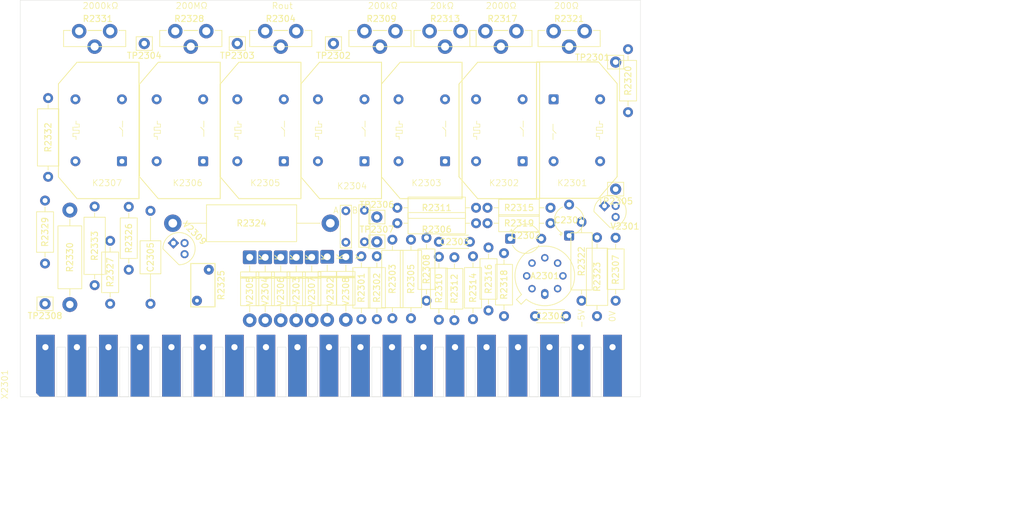
<source format=kicad_pcb>
(kicad_pcb (version 20241229) (generator "pcbnew") (generator_version "9.0")
  (title_block (title "Philips PM2528 - N23 (Current Source)") (date "2025-08-06") (rev "1.0") (company "D. Kupers"))
  (layers (0 "F.Cu" signal) (2 "B.Cu" signal) (13 "F.Paste" user) (15 "B.Paste" user) (5 "F.SilkS" user "F.Silkscreen") (7 "B.SilkS" user "B.Silkscreen") (1 "F.Mask" user) (3 "B.Mask" user) (25 "Edge.Cuts" user))
  (net 0 "")
  (net 2 "Net-(A2301-+)")
  (net 3 "Net-(A2301-LOGIC_REFERENCE)")
  (net 4 "Net-(A2301--)")
  (net 5 "+15V")
  (net 6 "Net-(A2301-~{DISABLE})")
  (net 7 "-15V")
  (net 8 "Net-(V2301-B)")
  (net 9 "GND3")
  (net 10 "Net-(V2301-E)")
  (net 11 "Net-(V2309-B)")
  (net 12 "/Filter")
  (net 13 "Net-(JP2301-A)")
  (net 14 "Net-(JP2301-B)")
  (net 15 "/REL2301")
  (net 16 "/REL2304")
  (net 17 "/Iout")
  (net 20 "/REL2306")
  (net 21 "/REL2307")
  (net 22 "/N2157")
  (net 23 "/REL2303")
  (net 25 "/Vref")
  (net 26 "/REL2305")
  (net 27 "/REL2302")
  (net 28 "GND1")
  (net 29 "GND4")
  (net 30 "Net-(K2301-Pad1)")
  (net 31 "Net-(K2301-Pad5)")
  (net 32 "Net-(K2302-Pad1)")
  (net 33 "Net-(K2303-Pad1)")
  (net 34 "Net-(K2304-Pad1)")
  (net 35 "Net-(K2306-Pad5)")
  (net 36 "Net-(K2307-Pad5)")
  (net 37 "Net-(R2304-Pad3)")
  (net 38 "Net-(R2308-Pad2)")
  (net 39 "Net-(R2310-Pad2)")
  (net 40 "Net-(R2311-Pad2)")
  (net 41 "Net-(R2312-Pad2)")
  (net 42 "Net-(R2314-Pad2)")
  (net 43 "Net-(R2315-Pad2)")
  (net 44 "Net-(R2316-Pad2)")
  (net 45 "Net-(R2318-Pad2)")
  (net 46 "Net-(R2319-Pad2)")
  (net 47 "Net-(R2320-Pad2)")
  (net 48 "Net-(R2322-Pad1)")
  (net 49 "Net-(R2324-Pad2)")
  (net 50 "Net-(R2326-Pad2)")
  (net 51 "Net-(R2328-Pad2)")
  (net 52 "Net-(R2329-Pad2)")
  (net 53 "Net-(R2331-Pad2)")
  (net 54 "Net-(R2332-Pad2)")
  (footprint "PM2528:Trimmer vertical" (layer "F.Cu") (at 160.25 73.5 -90)
    (property "Reference" "R2309" (at -2 2.25 0) (layer "F.SilkS"))
    (property "Value" "22k")
    (pad "1" thru_hole circle (at 0 0 270) (size 2.34 2.34) (drill 1.3) (layers "*.Cu" "*.Mask") (net 38 "Net-(R2308-Pad2)"))
    (pad "2" thru_hole circle (at 2.5 2.5 270) (size 2.34 2.34) (drill 1.3) (layers "*.Cu" "*.Mask") (net 34 "Net-(K2304-Pad1)"))
    (pad "3" thru_hole circle (at 0 5 270) (size 2.34 2.34) (drill 1.3) (layers "*.Cu" "*.Mask") (net 2 "Net-(A2301-+)"))
  )
  (footprint "Resistor_THT:R_Axial_DIN0207_L6.3mm_D2.5mm_P10.16mm_Horizontal" (layer "F.Cu") (at 197.75 86.58 90)
    (property "Reference" "R2320" (at 5.08 0 90) (layer "F.SilkS"))
    (property "Value" "2R15")
    (pad "1" thru_hole circle (at 0 0 90) (size 1.6 1.6) (drill 0.8) (layers "*.Cu" "*.Mask") (net 46 "Net-(R2319-Pad2)"))
    (pad "2" thru_hole circle (at 10.16 0 90) (size 1.6 1.6) (drill 0.8) (layers "*.Cu" "*.Mask") (net 47 "Net-(R2320-Pad2)"))
  )
  (footprint "Connector_Pin:Pin_D0.9mm_L10.0mm_W2.4mm_FlatFork" (layer "F.Cu") (at 103.75 117.5)
    (property "Reference" "TP2308" (at 0 1.95 0) (layer "F.SilkS"))
    (property "Value" "Iout")
    (pad "1" thru_hole circle (at 0 0) (size 1.8 1.8) (drill 0.9) (layers "*.Cu" "*.Mask") (net 17 "/Iout"))
  )
  (footprint "Diode_THT:D_DO-41_SOD81_P10.16mm_Horizontal" (layer "F.Cu") (at 136.75 110 -90)
    (property "Reference" "V2305" (at 5.5 0 90) (layer "F.SilkS"))
    (property "Value" "BAX12A")
    (fp_text user "K" (at 0 -2.1 90) (layer "F.SilkS"))
    (pad "1" thru_hole roundrect (at 0 0 270) (size 2.2 2.2) (drill 1.1) (layers "*.Cu" "*.Mask") (roundrect_rratio 0.113636) (net 29 "GND4"))
    (pad "2" thru_hole circle (at 10.16 0 270) (size 2.2 2.2) (drill 1.1) (layers "*.Cu" "*.Mask") (net 16 "/REL2304"))
  )
  (footprint "Resistor_THT:R_Axial_DIN0309_L9.0mm_D3.2mm_P12.70mm_Horizontal" (layer "F.Cu") (at 111.75 114.5 90)
    (property "Reference" "R2333" (at 6.35 0 90) (layer "F.SilkS"))
    (property "Value" "499k")
    (pad "1" thru_hole circle (at 0 0 90) (size 1.6 1.6) (drill 0.8) (layers "*.Cu" "*.Mask") (net 54 "Net-(R2332-Pad2)"))
    (pad "2" thru_hole circle (at 12.7 0 90) (size 1.6 1.6) (drill 0.8) (layers "*.Cu" "*.Mask") (net 17 "/Iout"))
  )
  (footprint "Resistor_THT:R_Axial_DIN0207_L6.3mm_D2.5mm_P10.16mm_Horizontal" (layer "F.Cu") (at 169.75 120.16 90)
    (property "Reference" "R2312" (at 5.08 0 90) (layer "F.SilkS"))
    (property "Value" "215")
    (pad "1" thru_hole circle (at 0 0 90) (size 1.6 1.6) (drill 0.8) (layers "*.Cu" "*.Mask") (net 40 "Net-(R2311-Pad2)"))
    (pad "2" thru_hole circle (at 10.16 0 90) (size 1.6 1.6) (drill 0.8) (layers "*.Cu" "*.Mask") (net 41 "Net-(R2312-Pad2)"))
  )
  (footprint "Diode_THT:D_DO-41_SOD81_P10.16mm_Horizontal" (layer "F.Cu") (at 139.25 110 -90)
    (property "Reference" "V2304" (at 5.5 0 90) (layer "F.SilkS"))
    (property "Value" "BAX12A")
    (fp_text user "K" (at 0 -2.1 90) (layer "F.SilkS"))
    (pad "1" thru_hole roundrect (at 0 0 270) (size 2.2 2.2) (drill 1.1) (layers "*.Cu" "*.Mask") (roundrect_rratio 0.113636) (net 29 "GND4"))
    (pad "2" thru_hole circle (at 10.16 0 270) (size 2.2 2.2) (drill 1.1) (layers "*.Cu" "*.Mask") (net 23 "/REL2303"))
  )
  (footprint "Connector_Pin:Pin_D0.9mm_L10.0mm_W2.4mm_FlatFork" (layer "F.Cu") (at 119.75 75.5)
    (property "Reference" "TP2304" (at 0 1.95 0) (layer "F.SilkS"))
    (property "Value" "~")
    (pad "1" thru_hole circle (at 0 0) (size 1.8 1.8) (drill 0.9) (layers "*.Cu" "*.Mask") (net 35 "Net-(K2306-Pad5)"))
  )
  (footprint "Resistor_THT:R_Axial_DIN0207_L6.3mm_D2.5mm_P10.16mm_Horizontal" (layer "F.Cu") (at 165.25 117 90)
    (property "Reference" "R2308" (at 5.08 0 90) (layer "F.SilkS"))
    (property "Value" "2k15")
    (pad "1" thru_hole circle (at 0 0 90) (size 1.6 1.6) (drill 0.8) (layers "*.Cu" "*.Mask") (net 2 "Net-(A2301-+)"))
    (pad "2" thru_hole circle (at 10.16 0 90) (size 1.6 1.6) (drill 0.8) (layers "*.Cu" "*.Mask") (net 38 "Net-(R2308-Pad2)"))
  )
  (footprint "PM2528:Reed relay assy" (layer "F.Cu") (at 185.65 84.5)
    (property "Reference" "K2301" (at 3.1 13.5 0) (layer "F.SilkS") (effects (font (thickness 0.1))))
    (property "Value" "~")
    (pad "1" thru_hole roundrect (at 0.1 0) (size 1.6 1.6) (drill 0.8) (layers "*.Cu" "*.Mask") (roundrect_rratio 0.15625) (net 30 "Net-(K2301-Pad1)"))
    (pad "5" thru_hole circle (at 0.1 10) (size 1.6 1.6) (drill 0.8) (layers "*.Cu" "*.Mask") (net 31 "Net-(K2301-Pad5)"))
    (pad "6" thru_hole circle (at 7.6 10) (size 1.6 1.6) (drill 0.8) (layers "*.Cu" "*.Mask") (net 29 "GND4"))
    (pad "10" thru_hole circle (at 7.6 0) (size 1.6 1.6) (drill 0.8) (layers "*.Cu" "*.Mask") (net 15 "/REL2301"))
  )
  (footprint "Capacitor_THT:C_Disc_D4.3mm_W1.9mm_P5.00mm" (layer "F.Cu") (at 167.25 107.5)
    (property "Reference" "C2303" (at 2.5 0 0) (layer "F.SilkS"))
    (property "Value" "100p")
    (pad "1" thru_hole circle (at 0 0) (size 1.6 1.6) (drill 0.8) (layers "*.Cu" "*.Mask") (net 10 "Net-(V2301-E)"))
    (pad "2" thru_hole circle (at 5 0) (size 1.6 1.6) (drill 0.8) (layers "*.Cu" "*.Mask") (net 4 "Net-(A2301--)"))
  )
  (footprint "Resistor_THT:R_Axial_DIN0411_L9.9mm_D3.6mm_P15.24mm_Horizontal" (layer "F.Cu") (at 107.75 117.62 90)
    (property "Reference" "R2330" (at 7.62 0 90) (layer "F.SilkS"))
    (property "Value" "8M89")
    (pad "1" thru_hole circle (at 0 0 90) (size 2.4 2.4) (drill 1.2) (layers "*.Cu" "*.Mask") (net 52 "Net-(R2329-Pad2)"))
    (pad "2" thru_hole circle (at 15.24 0 90) (size 2.4 2.4) (drill 1.2) (layers "*.Cu" "*.Mask") (net 17 "/Iout"))
  )
  (footprint "Resistor_THT:R_Axial_DIN0207_L6.3mm_D2.5mm_P10.16mm_Horizontal" (layer "F.Cu") (at 167.25 120.08 90)
    (property "Reference" "R2310" (at 5.08 0 90) (layer "F.SilkS"))
    (property "Value" "2k8")
    (pad "1" thru_hole circle (at 0 0 90) (size 1.6 1.6) (drill 0.8) (layers "*.Cu" "*.Mask") (net 38 "Net-(R2308-Pad2)"))
    (pad "2" thru_hole circle (at 10.16 0 90) (size 1.6 1.6) (drill 0.8) (layers "*.Cu" "*.Mask") (net 39 "Net-(R2310-Pad2)"))
  )
  (footprint "Resistor_THT:R_Axial_DIN0207_L6.3mm_D2.5mm_P10.16mm_Horizontal" (layer "F.Cu") (at 175.25 118.58 90)
    (property "Reference" "R2316" (at 5.08 0 90) (layer "F.SilkS"))
    (property "Value" "21R5")
    (pad "1" thru_hole circle (at 0 0 90) (size 1.6 1.6) (drill 0.8) (layers "*.Cu" "*.Mask") (net 43 "Net-(R2315-Pad2)"))
    (pad "2" thru_hole circle (at 10.16 0 90) (size 1.6 1.6) (drill 0.8) (layers "*.Cu" "*.Mask") (net 44 "Net-(R2316-Pad2)"))
  )
  (footprint "PM2528:Reed relay assy" (layer "F.Cu") (at 116.25 94.5 180)
    (property "Reference" "K2307" (at 2.5 -3.5 0) (layer "F.SilkS") (effects (font (thickness 0.1))))
    (property "Value" "~")
    (pad "1" thru_hole roundrect (at 0.1 0 180) (size 1.6 1.6) (drill 0.8) (layers "*.Cu" "*.Mask") (roundrect_rratio 0.15625) (net 35 "Net-(K2306-Pad5)"))
    (pad "5" thru_hole circle (at 0.1 10 180) (size 1.6 1.6) (drill 0.8) (layers "*.Cu" "*.Mask") (net 36 "Net-(K2307-Pad5)"))
    (pad "6" thru_hole circle (at 7.6 10 180) (size 1.6 1.6) (drill 0.8) (layers "*.Cu" "*.Mask") (net 29 "GND4"))
    (pad "10" thru_hole circle (at 7.6 0 180) (size 1.6 1.6) (drill 0.8) (layers "*.Cu" "*.Mask") (net 21 "/REL2307"))
  )
  (footprint "Resistor_THT:R_Axial_DIN0309_L9.0mm_D3.2mm_P12.70mm_Horizontal" (layer "F.Cu") (at 159.75 119.85 90)
    (property "Reference" "R2303" (at 6.35 0 90) (layer "F.SilkS"))
    (property "Value" "200k")
    (pad "1" thru_hole circle (at 0 0 90) (size 1.6 1.6) (drill 0.8) (layers "*.Cu" "*.Mask") (net 14 "Net-(JP2301-B)"))
    (pad "2" thru_hole circle (at 12.7 0 90) (size 1.6 1.6) (drill 0.8) (layers "*.Cu" "*.Mask") (net 4 "Net-(A2301--)"))
  )
  (footprint "Connector_Pin:Pin_D0.9mm_L10.0mm_W2.4mm_FlatFork" (layer "F.Cu") (at 195.75 78.5)
    (property "Reference" "TP2301" (at -3.75 -0.75 0) (layer "F.SilkS"))
    (property "Value" "200Ω")
    (pad "1" thru_hole circle (at 0 0) (size 1.8 1.8) (drill 0.9) (layers "*.Cu" "*.Mask") (net 30 "Net-(K2301-Pad1)"))
  )
  (footprint "Resistor_THT:R_Axial_DIN0207_L6.3mm_D2.5mm_P10.16mm_Horizontal" (layer "F.Cu") (at 103.75 111 90)
    (property "Reference" "R2329" (at 5.08 0 90) (layer "F.SilkS"))
    (property "Value" "97k6")
    (pad "1" thru_hole circle (at 0 0 90) (size 1.6 1.6) (drill 0.8) (layers "*.Cu" "*.Mask") (net 51 "Net-(R2328-Pad2)"))
    (pad "2" thru_hole circle (at 10.16 0 90) (size 1.6 1.6) (drill 0.8) (layers "*.Cu" "*.Mask") (net 52 "Net-(R2329-Pad2)"))
  )
  (footprint "Connector_Pin:Pin_D0.9mm_L10.0mm_W2.4mm_FlatFork" (layer "F.Cu") (at 134.75 75.5)
    (property "Reference" "TP2303" (at 0 1.95 0) (layer "F.SilkS"))
    (property "Value" "~")
    (pad "1" thru_hole circle (at 0 0) (size 1.8 1.8) (drill 0.9) (layers "*.Cu" "*.Mask") (net 31 "Net-(K2301-Pad5)"))
  )
  (footprint "Resistor_THT:R_Axial_DIN0309_L9.0mm_D3.2mm_P12.70mm_Horizontal" (layer "F.Cu") (at 190.25 117 90)
    (property "Reference" "R2322" (at 6.35 0 90) (layer "F.SilkS"))
    (property "Value" "200")
    (pad "1" thru_hole circle (at 0 0 90) (size 1.6 1.6) (drill 0.8) (layers "*.Cu" "*.Mask") (net 48 "Net-(R2322-Pad1)"))
    (pad "2" thru_hole circle (at 12.7 0 90) (size 1.6 1.6) (drill 0.8) (layers "*.Cu" "*.Mask") (net 47 "Net-(R2320-Pad2)"))
  )
  (footprint "PM2528:PM2528_RiserCardConnector" (layer "F.Cu") (at 103.81 124.5 90)
    (property "Reference" "X2301" (at -6 -6.56 90) (layer "F.SilkS") (effects (font (thickness 0.1))))
    (property "Value" "~")
    (fp_rect (start -8 1.84) (end 0 3.24) (stroke (width 0.05)) (fill no) (layer "Edge.Cuts"))
    (fp_rect (start -8 6.92) (end 0 8.32) (stroke (width 0.05)) (fill no) (layer "Edge.Cuts"))
    (fp_rect (start -8 12) (end 0 13.4) (stroke (width 0.05)) (fill no) (layer "Edge.Cuts"))
    (fp_rect (start -8 17.08) (end 0 18.48) (stroke (width 0.05)) (fill no) (layer "Edge.Cuts"))
    (fp_rect (start -8 22.16) (end 0 23.56) (stroke (width 0.05)) (fill no) (layer "Edge.Cuts"))
    (fp_rect (start -8 27.24) (end 0 28.64) (stroke (width 0.05)) (fill no) (layer "Edge.Cuts"))
    (fp_rect (start -8 32.32) (end 0 33.72) (stroke (width 0.05)) (fill no) (layer "Edge.Cuts"))
    (fp_rect (start -8 37.4) (end 0 38.8) (stroke (width 0.05)) (fill no) (layer "Edge.Cuts"))
    (fp_rect (start -8 42.48) (end 0 43.88) (stroke (width 0.05)) (fill no) (layer "Edge.Cuts"))
    (fp_rect (start -8 47.56) (end 0 48.96) (stroke (width 0.05)) (fill no) (layer "Edge.Cuts"))
    (fp_rect (start -8 52.64) (end 0 54.04) (stroke (width 0.05)) (fill no) (layer "Edge.Cuts"))
    (fp_rect (start -8 57.72) (end 0 59.12) (stroke (width 0.05)) (fill no) (layer "Edge.Cuts"))
    (fp_rect (start -8 62.8) (end 0 64.2) (stroke (width 0.05)) (fill no) (layer "Edge.Cuts"))
    (fp_rect (start -8 67.88) (end 0 69.28) (stroke (width 0.05)) (fill no) (layer "Edge.Cuts"))
    (fp_rect (start -8 72.96) (end 0 74.36) (stroke (width 0.05)) (fill no) (layer "Edge.Cuts"))
    (fp_rect (start -8 78.04) (end 0 79.44) (stroke (width 0.05)) (fill no) (layer "Edge.Cuts"))
    (fp_rect (start -8 83.12) (end 0 84.52) (stroke (width 0.05)) (fill no) (layer "Edge.Cuts"))
    (fp_rect (start -8 88.2) (end 0 89.6) (stroke (width 0.05)) (fill no) (layer "Edge.Cuts"))
    (fp_text user "-5V" (at 3 87 90) (layer "F.SilkS") (effects (font (thickness 0.1)) (justify left bottom)))
    (fp_text user "0V" (at 4 92 90) (layer "F.SilkS") (effects (font (thickness 0.1)) (justify left bottom)))
    (pad "1" thru_hole rect (at 0 91.44 90) (size 10 3) (drill 1 (offset -3 0)) (layers "*.Cu" "*.Mask") (net 9 "GND3"))
    (pad "2" thru_hole rect (at 0 86.36 90) (size 10 3) (drill 1 (offset -3 0)) (layers "*.Cu" "*.Mask"))
    (pad "3" thru_hole rect (at 0 81.28 90) (size 10 3) (drill 1 (offset -3 0)) (layers "*.Cu" "*.Mask") (net 7 "-15V"))
    (pad "4" thru_hole rect (at 0 76.2 90) (size 10 3) (drill 1 (offset -3 0)) (layers "*.Cu" "*.Mask") (net 5 "+15V"))
    (pad "5" thru_hole rect (at 0 71.12 90) (size 10 3) (drill 1 (offset -3 0)) (layers "*.Cu" "*.Mask"))
    (pad "6" thru_hole rect (at 0 66.04 90) (size 10 3) (drill 1 (offset -3 0)) (layers "*.Cu" "*.Mask"))
    (pad "7" thru_hole rect (at 0 60.96 90) (size 10 3) (drill 1 (offset -3 0)) (layers "*.Cu" "*.Mask") (net 29 "GND4"))
    (pad "8" thru_hole rect (at 0 55.88 90) (size 10 3) (drill 1 (offset -3 0)) (layers "*.Cu" "*.Mask") (net 22 "/N2157"))
    (pad "9" thru_hole rect (at 0 50.8 90) (size 10 3) (drill 1 (offset -3 0)) (layers "*.Cu" "*.Mask") (net 25 "/Vref"))
    (pad "10" thru_hole rect (at 0 45.72 90) (size 10 3) (drill 1 (offset -3 0)) (layers "*.Cu" "*.Mask") (net 15 "/REL2301"))
    (pad "11" thru_hole rect (at 0 40.64 90) (size 10 3) (drill 1 (offset -3 0)) (layers "*.Cu" "*.Mask") (net 27 "/REL2302"))
    (pad "12" thru_hole rect (at 0 35.56 90) (size 10 3) (drill 1 (offset -3 0)) (layers "*.Cu" "*.Mask") (net 23 "/REL2303"))
    (pad "13" thru_hole rect (at 0 30.48 90) (size 10 3) (drill 1 (offset -3 0)) (layers "*.Cu" "*.Mask") (net 16 "/REL2304"))
    (pad "14" thru_hole rect (at 0 25.4 90) (size 10 3) (drill 1 (offset -3 0)) (layers "*.Cu" "*.Mask") (net 26 "/REL2305"))
    (pad "15" thru_hole rect (at 0 20.32 90) (size 10 3) (drill 1 (offset -3 0)) (layers "*.Cu" "*.Mask") (net 20 "/REL2306"))
    (pad "16" thru_hole rect (at 0 15.24 90) (size 10 3) (drill 1 (offset -3 0)) (layers "*.Cu" "*.Mask") (net 21 "/REL2307"))
    (pad "17" thru_hole rect (at 0 10.16 90) (size 10 3) (drill 1 (offset -3 0)) (layers "*.Cu" "*.Mask") (net 12 "/Filter"))
    (pad "18" thru_hole rect (at 0 5.08 90) (size 10 3) (drill 1 (offset -3 0)) (layers "*.Cu" "*.Mask") (net 28 "GND1"))
    (pad "19" thru_hole roundrect (at 0 0 90) (size 10 3) (drill 1 (offset -3 0)) (layers "*.Cu" "*.Mask") (roundrect_rratio 0) (chamfer_ratio 0.2) (chamfer top_left) (net 17 "/Iout"))
  )
  (footprint "PM2528:Reed relay assy" (layer "F.Cu") (at 155.35 94.5 180)
    (property "Reference" "K2304" (at 2.1 -4 0) (layer "F.SilkS") (effects (font (thickness 0.1))))
    (property "Value" "~")
    (pad "1" thru_hole roundrect (at 0.1 0 180) (size 1.6 1.6) (drill 0.8) (layers "*.Cu" "*.Mask") (roundrect_rratio 0.15625) (net 34 "Net-(K2304-Pad1)"))
    (pad "5" thru_hole circle (at 0.1 10 180) (size 1.6 1.6) (drill 0.8) (layers "*.Cu" "*.Mask") (net 31 "Net-(K2301-Pad5)"))
    (pad "6" thru_hole circle (at 7.6 10 180) (size 1.6 1.6) (drill 0.8) (layers "*.Cu" "*.Mask") (net 29 "GND4"))
    (pad "10" thru_hole circle (at 7.6 0 180) (size 1.6 1.6) (drill 0.8) (layers "*.Cu" "*.Mask") (net 16 "/REL2304"))
  )
  (footprint "Resistor_THT:R_Axial_DIN0309_L9.0mm_D3.2mm_P12.70mm_Horizontal" (layer "F.Cu") (at 160.55 104.5)
    (property "Reference" "R2306" (at 6.35 1 0) (layer "F.SilkS"))
    (property "Value" "402k")
    (pad "1" thru_hole circle (at 0 0) (size 1.6 1.6) (drill 0.8) (layers "*.Cu" "*.Mask") (net 4 "Net-(A2301--)"))
    (pad "2" thru_hole circle (at 12.7 0) (size 1.6 1.6) (drill 0.8) (layers "*.Cu" "*.Mask") (net 10 "Net-(V2301-E)"))
  )
  (footprint "Connector_Pin:Pin_D0.9mm_L10.0mm_W2.4mm_FlatFork" (layer "F.Cu") (at 150.25 75.5)
    (property "Reference" "TP2302" (at 0 1.95 0) (layer "F.SilkS"))
    (property "Value" "MeasZero")
    (pad "1" thru_hole circle (at 0 0) (size 1.8 1.8) (drill 0.9) (layers "*.Cu" "*.Mask") (net 28 "GND1"))
  )
  (footprint "Capacitor_THT:C_Disc_D4.3mm_W1.9mm_P5.00mm" (layer "F.Cu") (at 182.75 119.5)
    (property "Reference" "C2304" (at 2.5 0 0) (layer "F.SilkS"))
    (property "Value" "33p")
    (pad "1" thru_hole circle (at 0 0) (size 1.6 1.6) (drill 0.8) (layers "*.Cu" "*.Mask") (net 3 "Net-(A2301-LOGIC_REFERENCE)"))
    (pad "2" thru_hole circle (at 5 0) (size 1.6 1.6) (drill 0.8) (layers "*.Cu" "*.Mask") (net 6 "Net-(A2301-~{DISABLE})"))
  )
  (footprint "Connector_Pin:Pin_D0.9mm_L10.0mm_W2.4mm_FlatFork" (layer "F.Cu") (at 157.25 107.5)
    (property "Reference" "TP2307" (at 0 -2 0) (layer "F.SilkS"))
    (property "Value" "Vref")
    (pad "1" thru_hole circle (at 0 0) (size 1.8 1.8) (drill 0.9) (layers "*.Cu" "*.Mask") (net 25 "/Vref"))
  )
  (footprint "PM2528:Trimmer vertical" (layer "F.Cu") (at 190.75 73.5 -90)
    (property "Reference" "R2321" (at -2 2.5 0) (layer "F.SilkS"))
    (property "Value" "33")
    (pad "1" thru_hole circle (at 0 0 270) (size 2.34 2.34) (drill 1.3) (layers "*.Cu" "*.Mask") (net 47 "Net-(R2320-Pad2)"))
    (pad "2" thru_hole circle (at 2.5 2.5 270) (size 2.34 2.34) (drill 1.3) (layers "*.Cu" "*.Mask") (net 30 "Net-(K2301-Pad1)"))
    (pad "3" thru_hole circle (at 0 5 270) (size 2.34 2.34) (drill 1.3) (layers "*.Cu" "*.Mask") (net 46 "Net-(R2319-Pad2)"))
  )
  (footprint "PM2528:Trimmer vertical" (layer "F.Cu") (at 170.75 73.5 -90)
    (property "Reference" "R2313" (at -2 2.5 0) (layer "F.SilkS"))
    (property "Value" "2k2")
    (pad "1" thru_hole circle (at 0 0 270) (size 2.34 2.34) (drill 1.3) (layers "*.Cu" "*.Mask") (net 41 "Net-(R2312-Pad2)"))
    (pad "2" thru_hole circle (at 2.5 2.5 270) (size 2.34 2.34) (drill 1.3) (layers "*.Cu" "*.Mask") (net 33 "Net-(K2303-Pad1)"))
    (pad "3" thru_hole circle (at 0 5 270) (size 2.34 2.34) (drill 1.3) (layers "*.Cu" "*.Mask") (net 40 "Net-(R2311-Pad2)"))
  )
  (footprint "Resistor_THT:R_Axial_DIN0207_L6.3mm_D2.5mm_P10.16mm_Horizontal" (layer "F.Cu") (at 177.75 119.5 90)
    (property "Reference" "R2318" (at 5.08 0 90) (layer "F.SilkS"))
    (property "Value" "28")
    (pad "1" thru_hole circle (at 0 0 90) (size 1.6 1.6) (drill 0.8) (layers "*.Cu" "*.Mask") (net 44 "Net-(R2316-Pad2)"))
    (pad "2" thru_hole circle (at 10.16 0 90) (size 1.6 1.6) (drill 0.8) (layers "*.Cu" "*.Mask") (net 45 "Net-(R2318-Pad2)"))
  )
  (footprint "Diode_THT:D_DO-41_SOD81_P10.16mm_Horizontal" (layer "F.Cu") (at 152.25 109.92 -90)
    (property "Reference" "V2308" (at 5.58 0 90) (layer "F.SilkS"))
    (property "Value" "BAX12A")
    (fp_text user "K" (at 0 -2.1 90) (layer "F.SilkS"))
    (pad "1" thru_hole roundrect (at 0 0 270) (size 2.2 2.2) (drill 1.1) (layers "*.Cu" "*.Mask") (roundrect_rratio 0.113636) (net 29 "GND4"))
    (pad "2" thru_hole circle (at 10.16 0 270) (size 2.2 2.2) (drill 1.1) (layers "*.Cu" "*.Mask") (net 21 "/REL2307"))
  )
  (footprint "PM2528:Trimmer vertical" (layer "F.Cu") (at 114.25 73.5 -90)
    (property "Reference" "R2331" (at -2 2 0) (layer "F.SilkS"))
    (property "Value" "4k7")
    (pad "1" thru_hole circle (at 0 0 270) (size 2.34 2.34) (drill 1.3) (layers "*.Cu" "*.Mask") (net 36 "Net-(K2307-Pad5)"))
    (pad "2" thru_hole circle (at 2.5 2.5 270) (size 2.34 2.34) (drill 1.3) (layers "*.Cu" "*.Mask") (net 53 "Net-(R2331-Pad2)"))
    (pad "3" thru_hole circle (at 0 5 270) (size 2.34 2.34) (drill 1.3) (layers "*.Cu" "*.Mask") (net 53 "Net-(R2331-Pad2)"))
  )
  (footprint "Resistor_THT:R_Axial_DIN0207_L6.3mm_D2.5mm_P10.16mm_Horizontal" (layer "F.Cu") (at 157.25 120 90)
    (property "Reference" "R2302" (at 5.08 0 90) (layer "F.SilkS"))
    (property "Value" "487")
    (pad "1" thru_hole circle (at 0 0 90) (size 1.6 1.6) (drill 0.8) (layers "*.Cu" "*.Mask") (net 13 "Net-(JP2301-A)"))
    (pad "2" thru_hole circle (at 10.16 0 90) (size 1.6 1.6) (drill 0.8) (layers "*.Cu" "*.Mask") (net 14 "Net-(JP2301-B)"))
  )
  (footprint "TestPoint:TestPoint_Bridge_Pitch5.08mm_Drill0.7mm" (layer "F.Cu") (at 152.25 102.5 -90)
    (property "Reference" "JP2301" (hide yes))
    (property "Value" "A")
    (pad "1" thru_hole circle (at 0 0 270) (size 1.4 1.4) (drill 0.7) (layers "*.Cu" "*.Mask") (net 13 "Net-(JP2301-A)"))
    (pad "1" thru_hole circle (at 5.08 0 270) (size 1.4 1.4) (drill 0.7) (layers "*.Cu" "*.Mask") (net 13 "Net-(JP2301-A)"))
  )
  (footprint "Connector_Pin:Pin_D0.9mm_L10.0mm_W2.4mm_FlatFork" (layer "F.Cu") (at 157.25 103.5)
    (property "Reference" "TP2306" (at 0 -2 0) (layer "F.SilkS"))
    (property "Value" "N2157")
    (pad "1" thru_hole circle (at 0 0) (size 1.8 1.8) (drill 0.9) (layers "*.Cu" "*.Mask") (net 22 "/N2157"))
  )
  (footprint "Resistor_THT:R_Axial_DIN0614_L14.3mm_D5.7mm_P25.40mm_Horizontal" (layer "F.Cu") (at 124.35 104.5)
    (property "Reference" "R2324" (at 12.7 0 0) (layer "F.SilkS"))
    (property "Value" "330")
    (pad "1" thru_hole circle (at 0 0) (size 2.8 2.8) (drill 1.4) (layers "*.Cu" "*.Mask") (net 11 "Net-(V2309-B)"))
    (pad "2" thru_hole circle (at 25.4 0) (size 2.8 2.8) (drill 1.4) (layers "*.Cu" "*.Mask") (net 49 "Net-(R2324-Pad2)"))
  )
  (footprint "Resistor_THT:R_Axial_DIN0309_L9.0mm_D3.2mm_P12.70mm_Horizontal" (layer "F.Cu") (at 160.55 102)
    (property "Reference" "R2311" (at 6.35 0 0) (layer "F.SilkS"))
    (property "Value" "357k")
    (pad "1" thru_hole circle (at 0 0) (size 1.6 1.6) (drill 0.8) (layers "*.Cu" "*.Mask") (net 39 "Net-(R2310-Pad2)"))
    (pad "2" thru_hole circle (at 12.7 0) (size 1.6 1.6) (drill 0.8) (layers "*.Cu" "*.Mask") (net 40 "Net-(R2311-Pad2)"))
  )
  (footprint "PM2528:Reed relay assy" (layer "F.Cu") (at 180.85 94.5 180)
    (property "Reference" "K2302" (at 3.1 -3.5 0) (layer "F.SilkS") (effects (font (thickness 0.1))))
    (property "Value" "~")
    (pad "1" thru_hole roundrect (at 0.1 0 180) (size 1.6 1.6) (drill 0.8) (layers "*.Cu" "*.Mask") (roundrect_rratio 0.15625) (net 32 "Net-(K2302-Pad1)"))
    (pad "5" thru_hole circle (at 0.1 10 180) (size 1.6 1.6) (drill 0.8) (layers "*.Cu" "*.Mask") (net 31 "Net-(K2301-Pad5)"))
    (pad "6" thru_hole circle (at 7.6 10 180) (size 1.6 1.6) (drill 0.8) (layers "*.Cu" "*.Mask") (net 29 "GND4"))
    (pad "10" thru_hole circle (at 7.6 0 180) (size 1.6 1.6) (drill 0.8) (layers "*.Cu" "*.Mask") (net 27 "/REL2302"))
  )
  (footprint "Resistor_THT:R_Axial_DIN0207_L6.3mm_D2.5mm_P10.16mm_Horizontal" (layer "F.Cu") (at 114.25 117.5 90)
    (property "Reference" "R2327" (at 5.08 0 90) (layer "F.SilkS"))
    (property "Value" "3R32")
    (pad "1" thru_hole circle (at 0 0 90) (size 1.6 1.6) (drill 0.8) (layers "*.Cu" "*.Mask") (net 50 "Net-(R2326-Pad2)"))
    (pad "2" thru_hole circle (at 10.16 0 90) (size 1.6 1.6) (drill 0.8) (layers "*.Cu" "*.Mask") (net 28 "GND1"))
  )
  (footprint "PM2528:Reed relay assy" (layer "F.Cu") (at 168.35 94.5 180)
    (property "Reference" "K2303" (at 3.1 -3.5 0) (layer "F.SilkS") (effects (font (thickness 0.1))))
    (property "Value" "~")
    (pad "1" thru_hole roundrect (at 0.1 0 180) (size 1.6 1.6) (drill 0.8) (layers "*.Cu" "*.Mask") (roundrect_rratio 0.15625) (net 33 "Net-(K2303-Pad1)"))
    (pad "5" thru_hole circle (at 0.1 10 180) (size 1.6 1.6) (drill 0.8) (layers "*.Cu" "*.Mask") (net 31 "Net-(K2301-Pad5)"))
    (pad "6" thru_hole circle (at 7.6 10 180) (size 1.6 1.6) (drill 0.8) (layers "*.Cu" "*.Mask") (net 29 "GND4"))
    (pad "10" thru_hole circle (at 7.6 0 180) (size 1.6 1.6) (drill 0.8) (layers "*.Cu" "*.Mask") (net 23 "/REL2303"))
  )
  (footprint "PM2528:Trimmer vertical" (layer "F.Cu") (at 144.25 73.5 -90)
    (property "Reference" "R2304" (at -2 2.5 0) (layer "F.SilkS"))
    (property "Value" "1K5")
    (pad "1" thru_hole circle (at 0 0 270) (size 2.34 2.34) (drill 1.3) (layers "*.Cu" "*.Mask") (net 22 "/N2157"))
    (pad "2" thru_hole circle (at 2.5 2.5 270) (size 2.34 2.34) (drill 1.3) (layers "*.Cu" "*.Mask") (net 22 "/N2157"))
    (pad "3" thru_hole circle (at 0 5 270) (size 2.34 2.34) (drill 1.3) (layers "*.Cu" "*.Mask") (net 37 "Net-(R2304-Pad3)"))
  )
  (footprint "Diode_THT:D_DO-41_SOD81_P10.16mm_Horizontal" (layer "F.Cu") (at 149.25 109.92 -90)
    (property "Reference" "V2302" (at 5.58 -0.5 90) (layer "F.SilkS"))
    (property "Value" "BAX12A")
    (fp_text user "K" (at 0 -2.1 90) (layer "F.SilkS"))
    (pad "1" thru_hole roundrect (at 0 0 270) (size 2.2 2.2) (drill 1.1) (layers "*.Cu" "*.Mask") (roundrect_rratio 0.113636) (net 29 "GND4"))
    (pad "2" thru_hole circle (at 10.16 0 270) (size 2.2 2.2) (drill 1.1) (layers "*.Cu" "*.Mask") (net 15 "/REL2301"))
  )
  (footprint "Capacitor_THT:CP_Radial_Tantal_D4.5mm_P5.00mm" (layer "F.Cu") (at 178.75 107)
    (property "Reference" "C2302" (at 2.5 -0.5 0) (layer "F.SilkS"))
    (property "Value" "4u7")
    (pad "1" thru_hole roundrect (at 0 0) (size 1.6 1.6) (drill 0.8) (layers "*.Cu" "*.Mask") (roundrect_rratio 0.15625) (net 5 "+15V"))
    (pad "2" thru_hole circle (at 5 0) (size 1.6 1.6) (drill 0.8) (layers "*.Cu" "*.Mask") (net 9 "GND3"))
  )
  (footprint "TestPoint:TestPoint_Bridge_Pitch5.08mm_Drill0.7mm" (layer "F.Cu") (at 155.25 107.5 90)
    (property "Reference" "JP2302" (hide yes))
    (property "Value" "B")
    (pad "1" thru_hole circle (at 0 0 90) (size 1.4 1.4) (drill 0.7) (layers "*.Cu" "*.Mask") (net 14 "Net-(JP2301-B)"))
    (pad "1" thru_hole circle (at 5.08 0 90) (size 1.4 1.4) (drill 0.7) (layers "*.Cu" "*.Mask") (net 14 "Net-(JP2301-B)"))
  )
  (footprint "Resistor_THT:R_Axial_DIN0309_L9.0mm_D3.2mm_P12.70mm_Horizontal" (layer "F.Cu") (at 104.25 97 90)
    (property "Reference" "R2332" (at 6.35 0 90) (layer "F.SilkS"))
    (property "Value" "499k")
    (pad "1" thru_hole circle (at 0 0 90) (size 1.6 1.6) (drill 0.8) (layers "*.Cu" "*.Mask") (net 53 "Net-(R2331-Pad2)"))
    (pad "2" thru_hole circle (at 12.7 0 90) (size 1.6 1.6) (drill 0.8) (layers "*.Cu" "*.Mask") (net 54 "Net-(R2332-Pad2)"))
  )
  (footprint "Resistor_THT:R_Axial_DIN0207_L6.3mm_D2.5mm_P10.16mm_Horizontal" (layer "F.Cu") (at 154.75 120 90)
    (property "Reference" "R2301" (at 5.08 0 90) (layer "F.SilkS"))
    (property "Value" "487")
    (pad "1" thru_hole circle (at 0 0 90) (size 1.6 1.6) (drill 0.8) (layers "*.Cu" "*.Mask") (net 25 "/Vref"))
    (pad "2" thru_hole circle (at 10.16 0 90) (size 1.6 1.6) (drill 0.8) (layers "*.Cu" "*.Mask") (net 13 "Net-(JP2301-A)"))
  )
  (footprint "Resistor_THT:R_Axial_DIN0207_L6.3mm_D2.5mm_P10.16mm_Horizontal" (layer "F.Cu") (at 117.25 112 90)
    (property "Reference" "R2326" (at 5.08 0 90) (layer "F.SilkS"))
    (property "Value" "898")
    (pad "1" thru_hole circle (at 0 0 90) (size 1.6 1.6) (drill 0.8) (layers "*.Cu" "*.Mask") (net 35 "Net-(K2306-Pad5)"))
    (pad "2" thru_hole circle (at 10.16 0 90) (size 1.6 1.6) (drill 0.8) (layers "*.Cu" "*.Mask") (net 50 "Net-(R2326-Pad2)"))
  )
  (footprint "Varistor:RV_Disc_D7mm_W3.9mm_P5mm" (layer "F.Cu") (at 128.25 117 90)
    (property "Reference" "R2325" (at 2.5 3.9 90) (layer "F.SilkS"))
    (property "Value" "100")
    (pad "1" thru_hole circle (at 0 0 90) (size 1.6 1.6) (drill 0.6) (layers "*.Cu" "*.Mask") (net 49 "Net-(R2324-Pad2)"))
    (pad "2" thru_hole circle (at 5 1.9 90) (size 1.6 1.6) (drill 0.6) (layers "*.Cu" "*.Mask") (net 17 "/Iout"))
  )
  (footprint "PM2528:Trimmer vertical" (layer "F.Cu") (at 179.75 73.5 -90)
    (property "Reference" "R2317" (at -2 2.25 0) (layer "F.SilkS"))
    (property "Value" "220")
    (pad "1" thru_hole circle (at 0 0 270) (size 2.34 2.34) (drill 1.3) (layers "*.Cu" "*.Mask") (net 44 "Net-(R2316-Pad2)"))
    (pad "2" thru_hole circle (at 2.5 2.5 270) (size 2.34 2.34) (drill 1.3) (layers "*.Cu" "*.Mask") (net 32 "Net-(K2302-Pad1)"))
    (pad "3" thru_hole circle (at 0 5 270) (size 2.34 2.34) (drill 1.3) (layers "*.Cu" "*.Mask") (net 43 "Net-(R2315-Pad2)"))
  )
  (footprint "Resistor_THT:R_Axial_DIN0207_L6.3mm_D2.5mm_P10.16mm_Horizontal" (layer "F.Cu") (at 195.75 117 90)
    (property "Reference" "R2307" (at 5 0 90) (layer "F.SilkS"))
    (property "Value" "38k3")
    (pad "1" thru_hole circle (at 0 0 90) (size 1.6 1.6) (drill 0.8) (layers "*.Cu" "*.Mask") (net 5 "+15V"))
    (pad "2" thru_hole circle (at 10.16 0 90) (size 1.6 1.6) (drill 0.8) (layers "*.Cu" "*.Mask") (net 10 "Net-(V2301-E)"))
  )
  (footprint "Resistor_THT:R_Axial_DIN0207_L6.3mm_D2.5mm_P10.16mm_Horizontal" (layer "F.Cu") (at 175.09 104.5)
    (property "Reference" "R2319" (at 5.08 0 0) (layer "F.SilkS"))
    (property "Value" "3k57")
    (pad "1" thru_hole circle (at 0 0) (size 1.6 1.6) (drill 0.8) (layers "*.Cu" "*.Mask") (net 45 "Net-(R2318-Pad2)"))
    (pad "2" thru_hole circle (at 10.16 0) (size 1.6 1.6) (drill 0.8) (layers "*.Cu" "*.Mask") (net 46 "Net-(R2319-Pad2)"))
  )
  (footprint "Package_TO_SOT_THT:TO-99-8" (layer "F.Cu") (at 184.33 115.92 90)
    (property "Reference" "A2301" (at 2.92 0 180) (layer "F.SilkS"))
    (property "Value" "LM208AH")
    (pad "1" thru_hole oval (at 0 0 90) (size 1.6 1.2) (drill 0.7) (layers "*.Cu" "*.Mask") (net 3 "Net-(A2301-LOGIC_REFERENCE)"))
    (pad "2" thru_hole circle (at 0.855248 2.064752 90) (size 1.2 1.2) (drill 0.7) (layers "*.Cu" "*.Mask") (net 4 "Net-(A2301--)"))
    (pad "3" thru_hole circle (at 2.92 2.92 90) (size 1.2 1.2) (drill 0.7) (layers "*.Cu" "*.Mask") (net 2 "Net-(A2301-+)"))
    (pad "4" thru_hole circle (at 4.984752 2.064752 90) (size 1.2 1.2) (drill 0.7) (layers "*.Cu" "*.Mask") (net 7 "-15V"))
    (pad "5" thru_hole circle (at 5.840001 0 90) (size 1.2 1.2) (drill 0.7) (layers "*.Cu" "*.Mask"))
    (pad "6" thru_hole circle (at 4.984752 -2.064752 90) (size 1.2 1.2) (drill 0.7) (layers "*.Cu" "*.Mask") (net 8 "Net-(V2301-B)"))
    (pad "7" thru_hole circle (at 2.92 -2.92 90) (size 1.2 1.2) (drill 0.7) (layers "*.Cu" "*.Mask") (net 5 "+15V"))
    (pad "8" thru_hole circle (at 0.855248 -2.064752 90) (size 1.2 1.2) (drill 0.7) (layers "*.Cu" "*.Mask") (net 6 "Net-(A2301-~{DISABLE})"))
  )
  (footprint "Diode_THT:D_DO-41_SOD81_P10.16mm_Horizontal" (layer "F.Cu") (at 146.75 110 -90)
    (property "Reference" "V2307" (at 5.5 0 90) (layer "F.SilkS"))
    (property "Value" "BAX12A")
    (fp_text user "K" (at 0 -2.1 90) (layer "F.SilkS"))
    (pad "1" thru_hole roundrect (at 0 0 270) (size 2.2 2.2) (drill 1.1) (layers "*.Cu" "*.Mask") (roundrect_rratio 0.113636) (net 29 "GND4"))
    (pad "2" thru_hole circle (at 10.16 0 270) (size 2.2 2.2) (drill 1.1) (layers "*.Cu" "*.Mask") (net 20 "/REL2306"))
  )
  (footprint "Package_TO_SOT_THT:TO-92" (layer "F.Cu") (at 193.953949 101.703949 -45)
    (property "Reference" "V2301" (at 4.66132 0 0) (layer "F.SilkS"))
    (property "Value" "BC557B")
    (pad "1" thru_hole rect (at 0 0 315) (size 1.3 1.3) (drill 0.75) (layers "*.Cu" "*.Mask") (net 7 "-15V"))
    (pad "2" thru_hole circle (at 1.27 -1.27 315) (size 1.3 1.3) (drill 0.75) (layers "*.Cu" "*.Mask") (net 8 "Net-(V2301-B)"))
    (pad "3" thru_hole circle (at 2.54 0 315) (size 1.3 1.3) (drill 0.75) (layers "*.Cu" "*.Mask") (net 10 "Net-(V2301-E)"))
  )
  (footprint "PM2528:Reed relay assy" (layer "F.Cu") (at 129.35 94.5 180)
    (property "Reference" "K2306" (at 2.6 -3.5 0) (layer "F.SilkS") (effects (font (thickness 0.1))))
    (property "Value" "~")
    (pad "1" thru_hole roundrect (at 0.1 0 180) (size 1.6 1.6) (drill 0.8) (layers "*.Cu" "*.Mask") (roundrect_rratio 0.15625) (net 31 "Net-(K2301-Pad5)"))
    (pad "5" thru_hole circle (at 0.1 10 180) (size 1.6 1.6) (drill 0.8) (layers "*.Cu" "*.Mask") (net 35 "Net-(K2306-Pad5)"))
    (pad "6" thru_hole circle (at 7.6 10 180) (size 1.6 1.6) (drill 0.8) (layers "*.Cu" "*.Mask") (net 29 "GND4"))
    (pad "10" thru_hole circle (at 7.6 0 180) (size 1.6 1.6) (drill 0.8) (layers "*.Cu" "*.Mask") (net 20 "/REL2306"))
  )
  (footprint "Resistor_THT:R_Axial_DIN0207_L6.3mm_D2.5mm_P10.16mm_Horizontal" (layer "F.Cu") (at 175.09 102)
    (property "Reference" "R2315" (at 5.08 0 0) (layer "F.SilkS"))
    (property "Value" "35k7")
    (pad "1" thru_hole circle (at 0 0) (size 1.6 1.6) (drill 0.8) (layers "*.Cu" "*.Mask") (net 42 "Net-(R2314-Pad2)"))
    (pad "2" thru_hole circle (at 10.16 0) (size 1.6 1.6) (drill 0.8) (layers "*.Cu" "*.Mask") (net 43 "Net-(R2315-Pad2)"))
  )
  (footprint "PM2528:Trimmer vertical" (layer "F.Cu") (at 129.75 73.5 -90)
    (property "Reference" "R2328" (at -2 2.75 0) (layer "F.SilkS"))
    (property "Value" "100k")
    (pad "1" thru_hole circle (at 0 0 270) (size 2.34 2.34) (drill 1.3) (layers "*.Cu" "*.Mask") (net 35 "Net-(K2306-Pad5)"))
    (pad "2" thru_hole circle (at 2.5 2.5 270) (size 2.34 2.34) (drill 1.3) (layers "*.Cu" "*.Mask") (net 51 "Net-(R2328-Pad2)"))
    (pad "3" thru_hole circle (at 0 5 270) (size 2.34 2.34) (drill 1.3) (layers "*.Cu" "*.Mask") (net 51 "Net-(R2328-Pad2)"))
  )
  (footprint "Resistor_THT:R_Axial_DIN0309_L9.0mm_D3.2mm_P12.70mm_Horizontal" (layer "F.Cu") (at 162.75 119.85 90)
    (property "Reference" "R2305" (at 6.35 0 90) (layer "F.SilkS"))
    (property "Value" "200k")
    (pad "1" thru_hole circle (at 0 0 90) (size 1.6 1.6) (drill 0.8) (layers "*.Cu" "*.Mask") (net 37 "Net-(R2304-Pad3)"))
    (pad "2" thru_hole circle (at 12.7 0 90) (size 1.6 1.6) (drill 0.8) (layers "*.Cu" "*.Mask") (net 2 "Net-(A2301-+)"))
  )
  (footprint "Diode_THT:D_DO-41_SOD81_P10.16mm_Horizontal" (layer "F.Cu") (at 144.25 110 -90)
    (property "Reference" "V2303" (at 5.5 0 90) (layer "F.SilkS"))
    (property "Value" "BAX12A")
    (fp_text user "K" (at 0 -2.1 90) (layer "F.SilkS"))
    (pad "1" thru_hole roundrect (at 0 0 270) (size 2.2 2.2) (drill 1.1) (layers "*.Cu" "*.Mask") (roundrect_rratio 0.113636) (net 29 "GND4"))
    (pad "2" thru_hole circle (at 10.16 0 270) (size 2.2 2.2) (drill 1.1) (layers "*.Cu" "*.Mask") (net 27 "/REL2302"))
  )
  (footprint "Connector_Pin:Pin_D0.9mm_L10.0mm_W2.4mm_FlatFork" (layer "F.Cu") (at 195.75 99)
    (property "Reference" "TP2305" (at 0 1.95 0) (layer "F.SilkS"))
    (property "Value" "~")
    (pad "1" thru_hole circle (at 0 0) (size 1.8 1.8) (drill 0.9) (layers "*.Cu" "*.Mask") (net 10 "Net-(V2301-E)"))
  )
  (footprint "Diode_THT:D_DO-41_SOD81_P10.16mm_Horizontal" (layer "F.Cu") (at 141.75 110 -90)
    (property "Reference" "V2306" (at 5.5 0 90) (layer "F.SilkS"))
    (property "Value" "BAX12A")
    (fp_text user "K" (at 0 -2.1 90) (layer "F.SilkS"))
    (pad "1" thru_hole roundrect (at 0 0 270) (size 2.2 2.2) (drill 1.1) (layers "*.Cu" "*.Mask") (roundrect_rratio 0.113636) (net 29 "GND4"))
    (pad "2" thru_hole circle (at 10.16 0 270) (size 2.2 2.2) (drill 1.1) (layers "*.Cu" "*.Mask") (net 26 "/REL2305"))
  )
  (footprint "Resistor_THT:R_Axial_DIN0207_L6.3mm_D2.5mm_P10.16mm_Horizontal" (layer "F.Cu") (at 172.75 120 90)
    (property "Reference" "R2314" (at 5.08 0 90) (layer "F.SilkS"))
    (property "Value" "280")
    (pad "1" thru_hole circle (at 0 0 90) (size 1.6 1.6) (drill 0.8) (layers "*.Cu" "*.Mask") (net 41 "Net-(R2312-Pad2)"))
    (pad "2" thru_hole circle (at 10.16 0 90) (size 1.6 1.6) (drill 0.8) (layers "*.Cu" "*.Mask") (net 42 "Net-(R2314-Pad2)"))
  )
  (footprint "Resistor_THT:R_Axial_DIN0309_L9.0mm_D3.2mm_P12.70mm_Horizontal" (layer "F.Cu") (at 192.75 119.5 90)
    (property "Reference" "R2323" (at 6.35 0 90) (layer "F.SilkS"))
    (property "Value" "200")
    (pad "1" thru_hole circle (at 0 0 90) (size 1.6 1.6) (drill 0.8) (layers "*.Cu" "*.Mask") (net 10 "Net-(V2301-E)"))
    (pad "2" thru_hole circle (at 12.7 0 90) (size 1.6 1.6) (drill 0.8) (layers "*.Cu" "*.Mask") (net 48 "Net-(R2322-Pad1)"))
  )
  (footprint "Package_TO_SOT_THT:TO-92" (layer "F.Cu") (at 124.453949 107.703949 -45)
    (property "Reference" "V2309" (at 1.27 -3.560001 135) (layer "F.SilkS"))
    (property "Value" "BC337")
    (pad "1" thru_hole rect (at 0 0 315) (size 1.3 1.3) (drill 0.75) (layers "*.Cu" "*.Mask") (net 11 "Net-(V2309-B)"))
    (pad "2" thru_hole circle (at 1.27 -1.27 315) (size 1.3 1.3) (drill 0.75) (layers "*.Cu" "*.Mask") (net 11 "Net-(V2309-B)"))
    (pad "3" thru_hole circle (at 2.54 0 315) (size 1.3 1.3) (drill 0.75) (layers "*.Cu" "*.Mask") (net 28 "GND1"))
  )
  (footprint "Capacitor_THT:C_Axial_L5.1mm_D3.1mm_P15.00mm_Horizontal" (layer "F.Cu") (at 120.75 117.5 90)
    (property "Reference" "C2305" (at 7.5 0 90) (layer "F.SilkS"))
    (property "Value" "1n33")
    (pad "1" thru_hole circle (at 0 0 90) (size 1.6 1.6) (drill 0.8) (layers "*.Cu" "*.Mask") (net 11 "Net-(V2309-B)"))
    (pad "2" thru_hole circle (at 15 0 90) (size 1.6 1.6) (drill 0.8) (layers "*.Cu" "*.Mask") (net 12 "/Filter"))
  )
  (footprint "PM2528:Reed relay assy" (layer "F.Cu") (at 142.35 94.5 180)
    (property "Reference" "K2305" (at 3.1 -3.5 0) (layer "F.SilkS") (effects (font (thickness 0.1))))
    (property "Value" "~")
    (pad "1" thru_hole roundrect (at 0.1 0 180) (size 1.6 1.6) (drill 0.8) (layers "*.Cu" "*.Mask") (roundrect_rratio 0.15625) (net 11 "Net-(V2309-B)"))
    (pad "5" thru_hole circle (at 0.1 10 180) (size 1.6 1.6) (drill 0.8) (layers "*.Cu" "*.Mask") (net 31 "Net-(K2301-Pad5)"))
    (pad "6" thru_hole circle (at 7.6 10 180) (size 1.6 1.6) (drill 0.8) (layers "*.Cu" "*.Mask") (net 29 "GND4"))
    (pad "10" thru_hole circle (at 7.6 0 180) (size 1.6 1.6) (drill 0.8) (layers "*.Cu" "*.Mask") (net 26 "/REL2305"))
  )
  (footprint "Capacitor_THT:CP_Radial_Tantal_D4.5mm_P5.00mm" (layer "F.Cu") (at 188.25 106.5 90)
    (property "Reference" "C2301" (at 2.5 0 0) (layer "F.SilkS"))
    (property "Value" "4u7")
    (pad "1" thru_hole roundrect (at 0 0 90) (size 1.6 1.6) (drill 0.8) (layers "*.Cu" "*.Mask") (roundrect_rratio 0.15625) (net 9 "GND3"))
    (pad "2" thru_hole circle (at 5 0 90) (size 1.6 1.6) (drill 0.8) (layers "*.Cu" "*.Mask") (net 7 "-15V"))
  )
  (gr_rect (start 99.75 68.5) (end 199.75 132.5) (stroke (width 0.05)) (fill no) (layer "Edge.Cuts"))
  (gr_text "20kΩ" (at 165.75 70 0) (layer "F.SilkS") (effects (font (size 1 1) (thickness 0.1)) (justify left bottom)))
  (gr_text "A" (at 150.15 103 0) (layer "F.SilkS") (effects (font (size 1 1) (thickness 0.1)) (justify left bottom)))
  (gr_text "200Ω" (at 185.75 70 0) (layer "F.SilkS") (effects (font (size 1 1) (thickness 0.1)) (justify left bottom)))
  (gr_text "Rout" (at 140.25 70 0) (layer "F.SilkS") (effects (font (size 1 1) (thickness 0.1)) (justify left bottom)))
  (gr_text "B" (at 153.15 103 0) (layer "F.SilkS") (effects (font (size 1 1) (thickness 0.1)) (justify left bottom)))
  (gr_text "200kΩ" (at 155.75 70 0) (layer "F.SilkS") (effects (font (size 1 1) (thickness 0.1)) (justify left bottom)))
  (gr_text "200MΩ" (at 124.75 70 0) (layer "F.SilkS") (effects (font (size 1 1) (thickness 0.1)) (justify left bottom)))
  (gr_text "2000Ω" (at 174.75 70 0) (layer "F.SilkS") (effects (font (size 1 1) (thickness 0.1)) (justify left bottom)))
  (gr_text "2000kΩ" (at 109.75 70 0) (layer "F.SilkS") (effects (font (size 1 1) (thickness 0.1)) (justify left bottom)))
)
</source>
